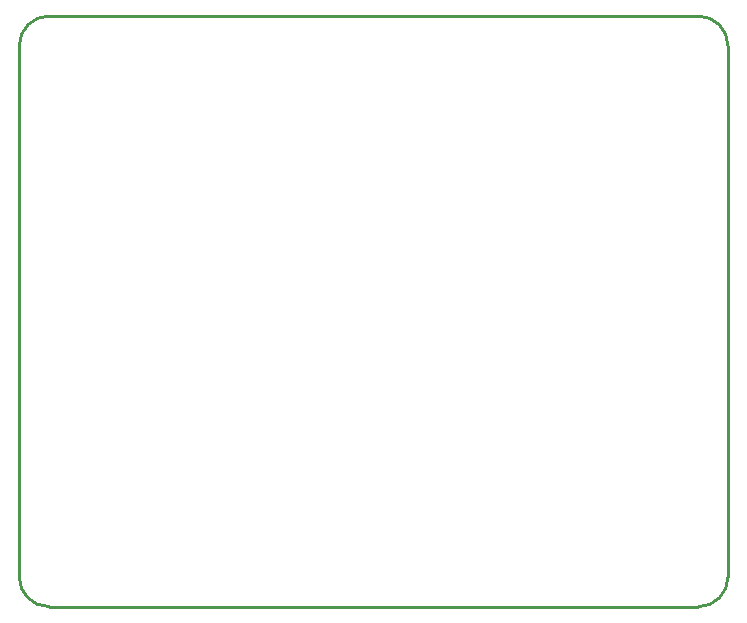
<source format=gko>
G04 Layer: BoardOutline*
G04 EasyEDA v6.4.19.5, 2021-05-27T17:32:06+08:00*
G04 33a6c8c822a742f28e1fac3212fc467e,cef4b8211a074a3184fc3ad01c494734,10*
G04 Gerber Generator version 0.2*
G04 Scale: 100 percent, Rotated: No, Reflected: No *
G04 Dimensions in millimeters *
G04 leading zeros omitted , absolute positions ,4 integer and 5 decimal *
%FSLAX45Y45*%
%MOMM*%

%ADD10C,0.2540*%
D10*
X0Y2249982D02*
G01*
X0Y-2250008D01*
X250012Y-2499995D02*
G01*
X5750001Y-2499995D01*
X5750001Y2499995D02*
G01*
X250012Y2499995D01*
X5999988Y-2250008D02*
G01*
X5999988Y2249982D01*
G75*
G01*
X0Y2249983D02*
G02*
X250012Y2499970I249999J-13D01*
G75*
G01*
X5749864Y2500038D02*
G02*
X5999851Y2250026I-13J-249999D01*
G75*
G01*
X6000191Y-2250161D02*
G02*
X5750179Y-2500147I-249999J13D01*
G75*
G01*
X250012Y-2499995D02*
G02*
X25Y-2249983I13J249999D01*

%LPD*%
M02*

</source>
